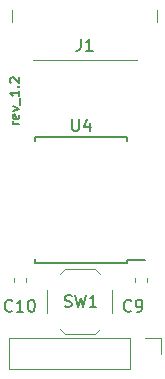
<source format=gbr>
G04 #@! TF.GenerationSoftware,KiCad,Pcbnew,5.0.2+dfsg1-1*
G04 #@! TF.CreationDate,2019-07-08T19:17:17+03:00*
G04 #@! TF.ProjectId,PocketAdmin,506f636b-6574-4416-946d-696e2e6b6963,1.2*
G04 #@! TF.SameCoordinates,PX7bfa480PY42c1d80*
G04 #@! TF.FileFunction,Legend,Top*
G04 #@! TF.FilePolarity,Positive*
%FSLAX46Y46*%
G04 Gerber Fmt 4.6, Leading zero omitted, Abs format (unit mm)*
G04 Created by KiCad (PCBNEW 5.0.2+dfsg1-1) date Mon 08 Jul 2019 07:17:17 PM MSK*
%MOMM*%
%LPD*%
G01*
G04 APERTURE LIST*
%ADD10C,0.150000*%
%ADD11C,0.120000*%
%ADD12R,1.800000X1.800000*%
%ADD13O,1.800000X1.800000*%
%ADD14R,1.200000X2.600000*%
%ADD15O,2.000000X3.600000*%
%ADD16C,1.200000*%
%ADD17C,0.100000*%
%ADD18C,0.975000*%
%ADD19R,1.600000X0.700000*%
%ADD20R,1.800000X1.100000*%
G04 APERTURE END LIST*
D10*
X1961904Y-9661904D02*
X1428571Y-9661904D01*
X1580952Y-9661904D02*
X1504761Y-9623809D01*
X1466666Y-9585714D01*
X1428571Y-9509523D01*
X1428571Y-9433333D01*
X1923809Y-8861904D02*
X1961904Y-8938095D01*
X1961904Y-9090476D01*
X1923809Y-9166666D01*
X1847619Y-9204761D01*
X1542857Y-9204761D01*
X1466666Y-9166666D01*
X1428571Y-9090476D01*
X1428571Y-8938095D01*
X1466666Y-8861904D01*
X1542857Y-8823809D01*
X1619047Y-8823809D01*
X1695238Y-9204761D01*
X1428571Y-8557142D02*
X1961904Y-8366666D01*
X1428571Y-8176190D01*
X2038095Y-8061904D02*
X2038095Y-7452380D01*
X1961904Y-6842857D02*
X1961904Y-7300000D01*
X1961904Y-7071428D02*
X1161904Y-7071428D01*
X1276190Y-7147619D01*
X1352380Y-7223809D01*
X1390476Y-7300000D01*
X1885714Y-6500000D02*
X1923809Y-6461904D01*
X1961904Y-6500000D01*
X1923809Y-6538095D01*
X1885714Y-6500000D01*
X1961904Y-6500000D01*
X1238095Y-6157142D02*
X1200000Y-6119047D01*
X1161904Y-6042857D01*
X1161904Y-5852380D01*
X1200000Y-5776190D01*
X1238095Y-5738095D01*
X1314285Y-5700000D01*
X1390476Y-5700000D01*
X1504761Y-5738095D01*
X1961904Y-6195238D01*
X1961904Y-5700000D01*
D11*
G04 #@! TO.C,CON1*
X1110000Y-27770000D02*
X1110000Y-30430000D01*
X11330000Y-27770000D02*
X1110000Y-27770000D01*
X11330000Y-30430000D02*
X1110000Y-30430000D01*
X11330000Y-27770000D02*
X11330000Y-30430000D01*
X12600000Y-27770000D02*
X13930000Y-27770000D01*
X13930000Y-27770000D02*
X13930000Y-29100000D01*
G04 #@! TO.C,J1*
X3100000Y-4220000D02*
X11900000Y-4220000D01*
X1355000Y-1050000D02*
X1355000Y0D01*
X13645000Y-1050000D02*
X13645000Y0D01*
G04 #@! TO.C,C9*
X12810000Y-22737221D02*
X12810000Y-23062779D01*
X11790000Y-22737221D02*
X11790000Y-23062779D01*
D10*
G04 #@! TO.C,U4*
X11075000Y-21425000D02*
X11075000Y-21150000D01*
X3325000Y-21425000D02*
X3325000Y-21070000D01*
X3325000Y-10775000D02*
X3325000Y-11130000D01*
X11075000Y-10775000D02*
X11075000Y-11130000D01*
X11075000Y-21425000D02*
X3325000Y-21425000D01*
X11075000Y-10775000D02*
X3325000Y-10775000D01*
X11075000Y-21150000D02*
X12600000Y-21150000D01*
D11*
G04 #@! TO.C,SW1*
X5400000Y-27000000D02*
X5850000Y-27450000D01*
X8800000Y-27000000D02*
X8350000Y-27450000D01*
X8800000Y-22400000D02*
X8350000Y-21950000D01*
X5400000Y-22400000D02*
X5850000Y-21950000D01*
X9850000Y-23700000D02*
X9850000Y-25700000D01*
X5850000Y-27450000D02*
X8350000Y-27450000D01*
X4350000Y-23700000D02*
X4350000Y-25700000D01*
X5850000Y-21950000D02*
X8350000Y-21950000D01*
G04 #@! TO.C,C10*
X1490000Y-23062779D02*
X1490000Y-22737221D01*
X2510000Y-23062779D02*
X2510000Y-22737221D01*
G04 #@! TO.C,J1*
D10*
X7166666Y-2452380D02*
X7166666Y-3166666D01*
X7119047Y-3309523D01*
X7023809Y-3404761D01*
X6880952Y-3452380D01*
X6785714Y-3452380D01*
X8166666Y-3452380D02*
X7595238Y-3452380D01*
X7880952Y-3452380D02*
X7880952Y-2452380D01*
X7785714Y-2595238D01*
X7690476Y-2690476D01*
X7595238Y-2738095D01*
G04 #@! TO.C,C9*
X11433333Y-25457142D02*
X11385714Y-25504761D01*
X11242857Y-25552380D01*
X11147619Y-25552380D01*
X11004761Y-25504761D01*
X10909523Y-25409523D01*
X10861904Y-25314285D01*
X10814285Y-25123809D01*
X10814285Y-24980952D01*
X10861904Y-24790476D01*
X10909523Y-24695238D01*
X11004761Y-24600000D01*
X11147619Y-24552380D01*
X11242857Y-24552380D01*
X11385714Y-24600000D01*
X11433333Y-24647619D01*
X11909523Y-25552380D02*
X12100000Y-25552380D01*
X12195238Y-25504761D01*
X12242857Y-25457142D01*
X12338095Y-25314285D01*
X12385714Y-25123809D01*
X12385714Y-24742857D01*
X12338095Y-24647619D01*
X12290476Y-24600000D01*
X12195238Y-24552380D01*
X12004761Y-24552380D01*
X11909523Y-24600000D01*
X11861904Y-24647619D01*
X11814285Y-24742857D01*
X11814285Y-24980952D01*
X11861904Y-25076190D01*
X11909523Y-25123809D01*
X12004761Y-25171428D01*
X12195238Y-25171428D01*
X12290476Y-25123809D01*
X12338095Y-25076190D01*
X12385714Y-24980952D01*
G04 #@! TO.C,U4*
X6438095Y-9252380D02*
X6438095Y-10061904D01*
X6485714Y-10157142D01*
X6533333Y-10204761D01*
X6628571Y-10252380D01*
X6819047Y-10252380D01*
X6914285Y-10204761D01*
X6961904Y-10157142D01*
X7009523Y-10061904D01*
X7009523Y-9252380D01*
X7914285Y-9585714D02*
X7914285Y-10252380D01*
X7676190Y-9204761D02*
X7438095Y-9919047D01*
X8057142Y-9919047D01*
G04 #@! TO.C,SW1*
X5816666Y-25104761D02*
X5959523Y-25152380D01*
X6197619Y-25152380D01*
X6292857Y-25104761D01*
X6340476Y-25057142D01*
X6388095Y-24961904D01*
X6388095Y-24866666D01*
X6340476Y-24771428D01*
X6292857Y-24723809D01*
X6197619Y-24676190D01*
X6007142Y-24628571D01*
X5911904Y-24580952D01*
X5864285Y-24533333D01*
X5816666Y-24438095D01*
X5816666Y-24342857D01*
X5864285Y-24247619D01*
X5911904Y-24200000D01*
X6007142Y-24152380D01*
X6245238Y-24152380D01*
X6388095Y-24200000D01*
X6721428Y-24152380D02*
X6959523Y-25152380D01*
X7150000Y-24438095D01*
X7340476Y-25152380D01*
X7578571Y-24152380D01*
X8483333Y-25152380D02*
X7911904Y-25152380D01*
X8197619Y-25152380D02*
X8197619Y-24152380D01*
X8102380Y-24295238D01*
X8007142Y-24390476D01*
X7911904Y-24438095D01*
G04 #@! TO.C,C10*
X1357142Y-25457142D02*
X1309523Y-25504761D01*
X1166666Y-25552380D01*
X1071428Y-25552380D01*
X928571Y-25504761D01*
X833333Y-25409523D01*
X785714Y-25314285D01*
X738095Y-25123809D01*
X738095Y-24980952D01*
X785714Y-24790476D01*
X833333Y-24695238D01*
X928571Y-24600000D01*
X1071428Y-24552380D01*
X1166666Y-24552380D01*
X1309523Y-24600000D01*
X1357142Y-24647619D01*
X2309523Y-25552380D02*
X1738095Y-25552380D01*
X2023809Y-25552380D02*
X2023809Y-24552380D01*
X1928571Y-24695238D01*
X1833333Y-24790476D01*
X1738095Y-24838095D01*
X2928571Y-24552380D02*
X3023809Y-24552380D01*
X3119047Y-24600000D01*
X3166666Y-24647619D01*
X3214285Y-24742857D01*
X3261904Y-24933333D01*
X3261904Y-25171428D01*
X3214285Y-25361904D01*
X3166666Y-25457142D01*
X3119047Y-25504761D01*
X3023809Y-25552380D01*
X2928571Y-25552380D01*
X2833333Y-25504761D01*
X2785714Y-25457142D01*
X2738095Y-25361904D01*
X2690476Y-25171428D01*
X2690476Y-24933333D01*
X2738095Y-24742857D01*
X2785714Y-24647619D01*
X2833333Y-24600000D01*
X2928571Y-24552380D01*
G04 #@! TD*
%LPC*%
D12*
G04 #@! TO.C,CON1*
X12600000Y-29100000D03*
D13*
X10060000Y-29100000D03*
X7520000Y-29100000D03*
X4980000Y-29100000D03*
X2440000Y-29100000D03*
G04 #@! TD*
D14*
G04 #@! TO.C,J1*
X6500000Y-5850000D03*
X8500000Y-5850000D03*
X4000000Y-5850000D03*
X11000000Y-5850000D03*
D15*
X1800000Y-3100000D03*
X13200000Y-3100000D03*
D16*
X5200000Y-3100000D03*
X9800000Y-3100000D03*
G04 #@! TD*
D17*
G04 #@! TO.C,C9*
G36*
X12605142Y-21626174D02*
X12628803Y-21629684D01*
X12652007Y-21635496D01*
X12674529Y-21643554D01*
X12696153Y-21653782D01*
X12716670Y-21666079D01*
X12735883Y-21680329D01*
X12753607Y-21696393D01*
X12769671Y-21714117D01*
X12783921Y-21733330D01*
X12796218Y-21753847D01*
X12806446Y-21775471D01*
X12814504Y-21797993D01*
X12820316Y-21821197D01*
X12823826Y-21844858D01*
X12825000Y-21868750D01*
X12825000Y-22356250D01*
X12823826Y-22380142D01*
X12820316Y-22403803D01*
X12814504Y-22427007D01*
X12806446Y-22449529D01*
X12796218Y-22471153D01*
X12783921Y-22491670D01*
X12769671Y-22510883D01*
X12753607Y-22528607D01*
X12735883Y-22544671D01*
X12716670Y-22558921D01*
X12696153Y-22571218D01*
X12674529Y-22581446D01*
X12652007Y-22589504D01*
X12628803Y-22595316D01*
X12605142Y-22598826D01*
X12581250Y-22600000D01*
X12018750Y-22600000D01*
X11994858Y-22598826D01*
X11971197Y-22595316D01*
X11947993Y-22589504D01*
X11925471Y-22581446D01*
X11903847Y-22571218D01*
X11883330Y-22558921D01*
X11864117Y-22544671D01*
X11846393Y-22528607D01*
X11830329Y-22510883D01*
X11816079Y-22491670D01*
X11803782Y-22471153D01*
X11793554Y-22449529D01*
X11785496Y-22427007D01*
X11779684Y-22403803D01*
X11776174Y-22380142D01*
X11775000Y-22356250D01*
X11775000Y-21868750D01*
X11776174Y-21844858D01*
X11779684Y-21821197D01*
X11785496Y-21797993D01*
X11793554Y-21775471D01*
X11803782Y-21753847D01*
X11816079Y-21733330D01*
X11830329Y-21714117D01*
X11846393Y-21696393D01*
X11864117Y-21680329D01*
X11883330Y-21666079D01*
X11903847Y-21653782D01*
X11925471Y-21643554D01*
X11947993Y-21635496D01*
X11971197Y-21629684D01*
X11994858Y-21626174D01*
X12018750Y-21625000D01*
X12581250Y-21625000D01*
X12605142Y-21626174D01*
X12605142Y-21626174D01*
G37*
D18*
X12300000Y-22112500D03*
D17*
G36*
X12605142Y-23201174D02*
X12628803Y-23204684D01*
X12652007Y-23210496D01*
X12674529Y-23218554D01*
X12696153Y-23228782D01*
X12716670Y-23241079D01*
X12735883Y-23255329D01*
X12753607Y-23271393D01*
X12769671Y-23289117D01*
X12783921Y-23308330D01*
X12796218Y-23328847D01*
X12806446Y-23350471D01*
X12814504Y-23372993D01*
X12820316Y-23396197D01*
X12823826Y-23419858D01*
X12825000Y-23443750D01*
X12825000Y-23931250D01*
X12823826Y-23955142D01*
X12820316Y-23978803D01*
X12814504Y-24002007D01*
X12806446Y-24024529D01*
X12796218Y-24046153D01*
X12783921Y-24066670D01*
X12769671Y-24085883D01*
X12753607Y-24103607D01*
X12735883Y-24119671D01*
X12716670Y-24133921D01*
X12696153Y-24146218D01*
X12674529Y-24156446D01*
X12652007Y-24164504D01*
X12628803Y-24170316D01*
X12605142Y-24173826D01*
X12581250Y-24175000D01*
X12018750Y-24175000D01*
X11994858Y-24173826D01*
X11971197Y-24170316D01*
X11947993Y-24164504D01*
X11925471Y-24156446D01*
X11903847Y-24146218D01*
X11883330Y-24133921D01*
X11864117Y-24119671D01*
X11846393Y-24103607D01*
X11830329Y-24085883D01*
X11816079Y-24066670D01*
X11803782Y-24046153D01*
X11793554Y-24024529D01*
X11785496Y-24002007D01*
X11779684Y-23978803D01*
X11776174Y-23955142D01*
X11775000Y-23931250D01*
X11775000Y-23443750D01*
X11776174Y-23419858D01*
X11779684Y-23396197D01*
X11785496Y-23372993D01*
X11793554Y-23350471D01*
X11803782Y-23328847D01*
X11816079Y-23308330D01*
X11830329Y-23289117D01*
X11846393Y-23271393D01*
X11864117Y-23255329D01*
X11883330Y-23241079D01*
X11903847Y-23228782D01*
X11925471Y-23218554D01*
X11947993Y-23210496D01*
X11971197Y-23204684D01*
X11994858Y-23201174D01*
X12018750Y-23200000D01*
X12581250Y-23200000D01*
X12605142Y-23201174D01*
X12605142Y-23201174D01*
G37*
D18*
X12300000Y-23687500D03*
G04 #@! TD*
D19*
G04 #@! TO.C,U4*
X11850000Y-20545000D03*
X11850000Y-19275000D03*
X11850000Y-18005000D03*
X11850000Y-16735000D03*
X11850000Y-15465000D03*
X11850000Y-14195000D03*
X11850000Y-12925000D03*
X11850000Y-11655000D03*
X2550000Y-11655000D03*
X2550000Y-12925000D03*
X2550000Y-14195000D03*
X2550000Y-15465000D03*
X2550000Y-16735000D03*
X2550000Y-18005000D03*
X2550000Y-19275000D03*
X2550000Y-20545000D03*
G04 #@! TD*
D20*
G04 #@! TO.C,SW1*
X3950000Y-22800000D03*
X10250000Y-22800000D03*
X3950000Y-26600000D03*
X10250000Y-26600000D03*
G04 #@! TD*
D17*
G04 #@! TO.C,C10*
G36*
X2305142Y-23201174D02*
X2328803Y-23204684D01*
X2352007Y-23210496D01*
X2374529Y-23218554D01*
X2396153Y-23228782D01*
X2416670Y-23241079D01*
X2435883Y-23255329D01*
X2453607Y-23271393D01*
X2469671Y-23289117D01*
X2483921Y-23308330D01*
X2496218Y-23328847D01*
X2506446Y-23350471D01*
X2514504Y-23372993D01*
X2520316Y-23396197D01*
X2523826Y-23419858D01*
X2525000Y-23443750D01*
X2525000Y-23931250D01*
X2523826Y-23955142D01*
X2520316Y-23978803D01*
X2514504Y-24002007D01*
X2506446Y-24024529D01*
X2496218Y-24046153D01*
X2483921Y-24066670D01*
X2469671Y-24085883D01*
X2453607Y-24103607D01*
X2435883Y-24119671D01*
X2416670Y-24133921D01*
X2396153Y-24146218D01*
X2374529Y-24156446D01*
X2352007Y-24164504D01*
X2328803Y-24170316D01*
X2305142Y-24173826D01*
X2281250Y-24175000D01*
X1718750Y-24175000D01*
X1694858Y-24173826D01*
X1671197Y-24170316D01*
X1647993Y-24164504D01*
X1625471Y-24156446D01*
X1603847Y-24146218D01*
X1583330Y-24133921D01*
X1564117Y-24119671D01*
X1546393Y-24103607D01*
X1530329Y-24085883D01*
X1516079Y-24066670D01*
X1503782Y-24046153D01*
X1493554Y-24024529D01*
X1485496Y-24002007D01*
X1479684Y-23978803D01*
X1476174Y-23955142D01*
X1475000Y-23931250D01*
X1475000Y-23443750D01*
X1476174Y-23419858D01*
X1479684Y-23396197D01*
X1485496Y-23372993D01*
X1493554Y-23350471D01*
X1503782Y-23328847D01*
X1516079Y-23308330D01*
X1530329Y-23289117D01*
X1546393Y-23271393D01*
X1564117Y-23255329D01*
X1583330Y-23241079D01*
X1603847Y-23228782D01*
X1625471Y-23218554D01*
X1647993Y-23210496D01*
X1671197Y-23204684D01*
X1694858Y-23201174D01*
X1718750Y-23200000D01*
X2281250Y-23200000D01*
X2305142Y-23201174D01*
X2305142Y-23201174D01*
G37*
D18*
X2000000Y-23687500D03*
D17*
G36*
X2305142Y-21626174D02*
X2328803Y-21629684D01*
X2352007Y-21635496D01*
X2374529Y-21643554D01*
X2396153Y-21653782D01*
X2416670Y-21666079D01*
X2435883Y-21680329D01*
X2453607Y-21696393D01*
X2469671Y-21714117D01*
X2483921Y-21733330D01*
X2496218Y-21753847D01*
X2506446Y-21775471D01*
X2514504Y-21797993D01*
X2520316Y-21821197D01*
X2523826Y-21844858D01*
X2525000Y-21868750D01*
X2525000Y-22356250D01*
X2523826Y-22380142D01*
X2520316Y-22403803D01*
X2514504Y-22427007D01*
X2506446Y-22449529D01*
X2496218Y-22471153D01*
X2483921Y-22491670D01*
X2469671Y-22510883D01*
X2453607Y-22528607D01*
X2435883Y-22544671D01*
X2416670Y-22558921D01*
X2396153Y-22571218D01*
X2374529Y-22581446D01*
X2352007Y-22589504D01*
X2328803Y-22595316D01*
X2305142Y-22598826D01*
X2281250Y-22600000D01*
X1718750Y-22600000D01*
X1694858Y-22598826D01*
X1671197Y-22595316D01*
X1647993Y-22589504D01*
X1625471Y-22581446D01*
X1603847Y-22571218D01*
X1583330Y-22558921D01*
X1564117Y-22544671D01*
X1546393Y-22528607D01*
X1530329Y-22510883D01*
X1516079Y-22491670D01*
X1503782Y-22471153D01*
X1493554Y-22449529D01*
X1485496Y-22427007D01*
X1479684Y-22403803D01*
X1476174Y-22380142D01*
X1475000Y-22356250D01*
X1475000Y-21868750D01*
X1476174Y-21844858D01*
X1479684Y-21821197D01*
X1485496Y-21797993D01*
X1493554Y-21775471D01*
X1503782Y-21753847D01*
X1516079Y-21733330D01*
X1530329Y-21714117D01*
X1546393Y-21696393D01*
X1564117Y-21680329D01*
X1583330Y-21666079D01*
X1603847Y-21653782D01*
X1625471Y-21643554D01*
X1647993Y-21635496D01*
X1671197Y-21629684D01*
X1694858Y-21626174D01*
X1718750Y-21625000D01*
X2281250Y-21625000D01*
X2305142Y-21626174D01*
X2305142Y-21626174D01*
G37*
D18*
X2000000Y-22112500D03*
G04 #@! TD*
M02*

</source>
